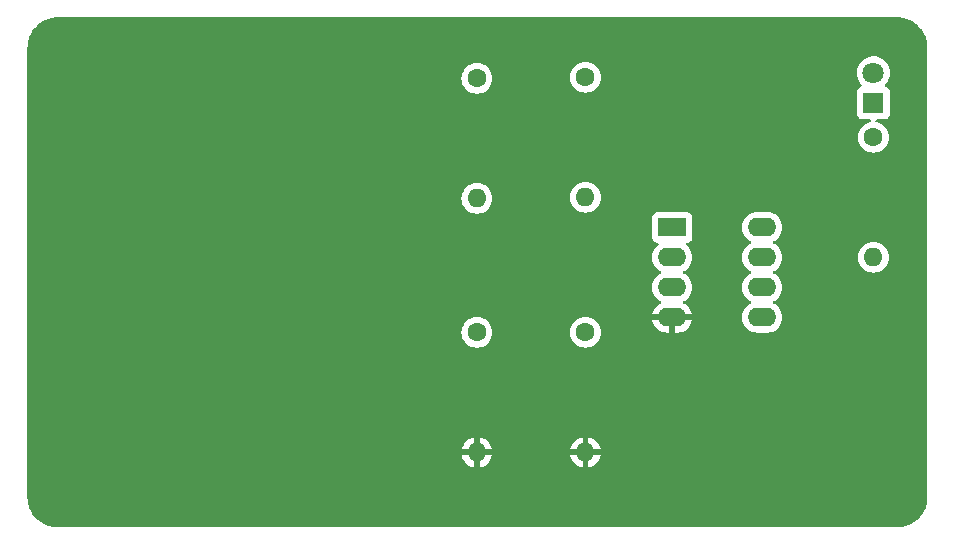
<source format=gbr>
%TF.GenerationSoftware,KiCad,Pcbnew,7.0.9-7.0.9~ubuntu22.04.1*%
%TF.CreationDate,2024-01-09T22:45:08-05:00*%
%TF.ProjectId,AoE_Too_Hot,416f455f-546f-46f5-9f48-6f742e6b6963,rev?*%
%TF.SameCoordinates,Original*%
%TF.FileFunction,Copper,L2,Bot*%
%TF.FilePolarity,Positive*%
%FSLAX46Y46*%
G04 Gerber Fmt 4.6, Leading zero omitted, Abs format (unit mm)*
G04 Created by KiCad (PCBNEW 7.0.9-7.0.9~ubuntu22.04.1) date 2024-01-09 22:45:08*
%MOMM*%
%LPD*%
G01*
G04 APERTURE LIST*
%TA.AperFunction,ComponentPad*%
%ADD10C,1.800000*%
%TD*%
%TA.AperFunction,ComponentPad*%
%ADD11R,1.800000X1.800000*%
%TD*%
%TA.AperFunction,ComponentPad*%
%ADD12R,2.400000X1.600000*%
%TD*%
%TA.AperFunction,ComponentPad*%
%ADD13O,2.400000X1.600000*%
%TD*%
%TA.AperFunction,ComponentPad*%
%ADD14C,1.600000*%
%TD*%
%TA.AperFunction,ComponentPad*%
%ADD15O,1.600000X1.600000*%
%TD*%
%TA.AperFunction,ViaPad*%
%ADD16C,0.800000*%
%TD*%
G04 APERTURE END LIST*
D10*
%TO.P,D1,2,A*%
%TO.N,Net-(BT1-+)*%
X147828000Y-63119000D03*
D11*
%TO.P,D1,1,K*%
%TO.N,Net-(D1-K)*%
X147828000Y-65659000D03*
%TD*%
D12*
%TO.P,U1,1*%
%TO.N,Net-(R4-Pad2)*%
X130795000Y-76200000D03*
D13*
%TO.P,U1,2,-*%
%TO.N,Net-(U1A--)*%
X130795000Y-78740000D03*
%TO.P,U1,3,+*%
%TO.N,Net-(U1A-+)*%
X130795000Y-81280000D03*
%TO.P,U1,4,V-*%
%TO.N,GND*%
X130795000Y-83820000D03*
%TO.P,U1,5,+*%
%TO.N,unconnected-(U1B-+-Pad5)*%
X138415000Y-83820000D03*
%TO.P,U1,6,-*%
%TO.N,unconnected-(U1B---Pad6)*%
X138415000Y-81280000D03*
%TO.P,U1,7*%
%TO.N,unconnected-(U1-Pad7)*%
X138415000Y-78740000D03*
%TO.P,U1,8,V+*%
%TO.N,Net-(BT1-+)*%
X138415000Y-76200000D03*
%TD*%
D14*
%TO.P,TH1,1*%
%TO.N,Net-(U1A--)*%
X123444000Y-85090000D03*
D15*
%TO.P,TH1,2*%
%TO.N,GND*%
X123444000Y-95250000D03*
%TD*%
D14*
%TO.P,R1,1*%
%TO.N,Net-(BT1-+)*%
X114250000Y-63580000D03*
D15*
%TO.P,R1,2*%
%TO.N,Net-(U1A-+)*%
X114250000Y-73740000D03*
%TD*%
%TO.P,R4,2*%
%TO.N,Net-(R4-Pad2)*%
X147828000Y-78740000D03*
D14*
%TO.P,R4,1*%
%TO.N,Net-(D1-K)*%
X147828000Y-68580000D03*
%TD*%
%TO.P,R2,1*%
%TO.N,Net-(U1A-+)*%
X114250000Y-85090000D03*
D15*
%TO.P,R2,2*%
%TO.N,GND*%
X114250000Y-95250000D03*
%TD*%
D14*
%TO.P,R3,1*%
%TO.N,Net-(BT1-+)*%
X123444000Y-63500000D03*
D15*
%TO.P,R3,2*%
%TO.N,Net-(U1A--)*%
X123444000Y-73660000D03*
%TD*%
D16*
%TO.N,GND*%
X93980000Y-77978000D03*
%TD*%
%TA.AperFunction,Conductor*%
%TO.N,GND*%
G36*
X149861737Y-58420598D02*
G01*
X149895041Y-58422467D01*
X149975603Y-58426992D01*
X150147691Y-58437401D01*
X150154297Y-58438160D01*
X150225907Y-58450327D01*
X150290343Y-58461277D01*
X150383462Y-58478340D01*
X150439227Y-58488560D01*
X150445198Y-58489963D01*
X150582032Y-58529384D01*
X150722850Y-58573265D01*
X150728092Y-58575164D01*
X150861420Y-58630391D01*
X150994609Y-58690334D01*
X150999147Y-58692605D01*
X151072221Y-58732991D01*
X151126422Y-58762947D01*
X151126439Y-58762956D01*
X151250935Y-58838217D01*
X151254739Y-58840711D01*
X151372726Y-58924427D01*
X151375072Y-58926176D01*
X151470416Y-59000874D01*
X151488332Y-59014910D01*
X151491409Y-59017486D01*
X151599430Y-59114018D01*
X151601957Y-59116408D01*
X151703590Y-59218041D01*
X151705980Y-59220568D01*
X151802512Y-59328589D01*
X151805088Y-59331666D01*
X151893811Y-59444912D01*
X151895571Y-59447272D01*
X151979287Y-59565259D01*
X151981781Y-59569063D01*
X152057043Y-59693560D01*
X152127393Y-59820851D01*
X152129668Y-59825398D01*
X152189609Y-59958581D01*
X152244831Y-60091899D01*
X152246744Y-60097183D01*
X152269633Y-60170634D01*
X152290631Y-60238021D01*
X152330032Y-60374790D01*
X152331440Y-60380781D01*
X152358722Y-60529656D01*
X152381835Y-60665683D01*
X152382599Y-60672330D01*
X152393012Y-60844475D01*
X152399402Y-60958263D01*
X152399500Y-60961741D01*
X152399500Y-99058258D01*
X152399402Y-99061736D01*
X152393012Y-99175524D01*
X152382599Y-99347668D01*
X152381835Y-99354315D01*
X152358722Y-99490343D01*
X152331440Y-99639217D01*
X152330032Y-99645208D01*
X152290625Y-99782001D01*
X152246744Y-99922815D01*
X152244831Y-99928099D01*
X152189609Y-100061418D01*
X152129668Y-100194600D01*
X152127394Y-100199147D01*
X152057043Y-100326439D01*
X151981781Y-100450936D01*
X151979287Y-100454739D01*
X151895571Y-100572726D01*
X151893811Y-100575086D01*
X151805088Y-100688332D01*
X151802512Y-100691409D01*
X151705980Y-100799430D01*
X151703590Y-100801957D01*
X151601957Y-100903590D01*
X151599430Y-100905980D01*
X151491409Y-101002512D01*
X151488332Y-101005088D01*
X151375086Y-101093811D01*
X151372726Y-101095571D01*
X151254739Y-101179287D01*
X151250936Y-101181781D01*
X151126439Y-101257043D01*
X150999147Y-101327394D01*
X150994600Y-101329668D01*
X150861418Y-101389609D01*
X150728099Y-101444831D01*
X150722815Y-101446744D01*
X150605231Y-101483385D01*
X150581990Y-101490627D01*
X150445208Y-101530032D01*
X150439217Y-101531440D01*
X150290343Y-101558722D01*
X150154315Y-101581835D01*
X150147668Y-101582599D01*
X149975524Y-101593012D01*
X149861736Y-101599402D01*
X149858258Y-101599500D01*
X78741742Y-101599500D01*
X78738265Y-101599402D01*
X78624475Y-101593012D01*
X78452330Y-101582599D01*
X78445683Y-101581835D01*
X78309656Y-101558722D01*
X78160781Y-101531440D01*
X78154790Y-101530032D01*
X78018021Y-101490631D01*
X77950634Y-101469633D01*
X77877183Y-101446744D01*
X77871899Y-101444831D01*
X77738581Y-101389609D01*
X77605398Y-101329668D01*
X77600851Y-101327393D01*
X77473560Y-101257043D01*
X77349063Y-101181781D01*
X77345259Y-101179287D01*
X77227272Y-101095571D01*
X77224912Y-101093811D01*
X77111666Y-101005088D01*
X77108589Y-101002512D01*
X77000568Y-100905980D01*
X76998041Y-100903590D01*
X76896408Y-100801957D01*
X76894018Y-100799430D01*
X76797486Y-100691409D01*
X76794910Y-100688332D01*
X76780874Y-100670416D01*
X76706176Y-100575072D01*
X76704427Y-100572726D01*
X76620711Y-100454739D01*
X76618217Y-100450935D01*
X76542956Y-100326439D01*
X76472605Y-100199147D01*
X76470330Y-100194600D01*
X76410390Y-100061418D01*
X76355167Y-99928099D01*
X76353265Y-99922850D01*
X76309375Y-99782001D01*
X76269963Y-99645198D01*
X76268560Y-99639227D01*
X76258340Y-99583462D01*
X76241277Y-99490343D01*
X76230327Y-99425907D01*
X76218160Y-99354297D01*
X76217401Y-99347691D01*
X76206992Y-99175603D01*
X76202626Y-99097867D01*
X76200598Y-99061736D01*
X76200500Y-99058259D01*
X76200500Y-94999999D01*
X112971127Y-94999999D01*
X112971128Y-95000000D01*
X113934314Y-95000000D01*
X113922359Y-95011955D01*
X113864835Y-95124852D01*
X113845014Y-95250000D01*
X113864835Y-95375148D01*
X113922359Y-95488045D01*
X113934314Y-95500000D01*
X112971128Y-95500000D01*
X113023730Y-95696317D01*
X113023734Y-95696326D01*
X113119865Y-95902482D01*
X113250342Y-96088820D01*
X113411179Y-96249657D01*
X113597517Y-96380134D01*
X113803673Y-96476265D01*
X113803682Y-96476269D01*
X113999999Y-96528872D01*
X114000000Y-96528871D01*
X114000000Y-95565686D01*
X114011955Y-95577641D01*
X114124852Y-95635165D01*
X114218519Y-95650000D01*
X114281481Y-95650000D01*
X114375148Y-95635165D01*
X114488045Y-95577641D01*
X114500000Y-95565686D01*
X114500000Y-96528872D01*
X114696317Y-96476269D01*
X114696326Y-96476265D01*
X114902482Y-96380134D01*
X115088820Y-96249657D01*
X115249657Y-96088820D01*
X115380134Y-95902482D01*
X115476265Y-95696326D01*
X115476269Y-95696317D01*
X115528872Y-95500000D01*
X114565686Y-95500000D01*
X114577641Y-95488045D01*
X114635165Y-95375148D01*
X114654986Y-95250000D01*
X114635165Y-95124852D01*
X114577641Y-95011955D01*
X114565686Y-95000000D01*
X115528872Y-95000000D01*
X115528872Y-94999999D01*
X122165127Y-94999999D01*
X122165128Y-95000000D01*
X123128314Y-95000000D01*
X123116359Y-95011955D01*
X123058835Y-95124852D01*
X123039014Y-95250000D01*
X123058835Y-95375148D01*
X123116359Y-95488045D01*
X123128314Y-95500000D01*
X122165128Y-95500000D01*
X122217730Y-95696317D01*
X122217734Y-95696326D01*
X122313865Y-95902482D01*
X122444342Y-96088820D01*
X122605179Y-96249657D01*
X122791517Y-96380134D01*
X122997673Y-96476265D01*
X122997682Y-96476269D01*
X123193999Y-96528872D01*
X123194000Y-96528871D01*
X123194000Y-95565686D01*
X123205955Y-95577641D01*
X123318852Y-95635165D01*
X123412519Y-95650000D01*
X123475481Y-95650000D01*
X123569148Y-95635165D01*
X123682045Y-95577641D01*
X123694000Y-95565686D01*
X123694000Y-96528872D01*
X123890317Y-96476269D01*
X123890326Y-96476265D01*
X124096482Y-96380134D01*
X124282820Y-96249657D01*
X124443657Y-96088820D01*
X124574134Y-95902482D01*
X124670265Y-95696326D01*
X124670269Y-95696317D01*
X124722872Y-95500000D01*
X123759686Y-95500000D01*
X123771641Y-95488045D01*
X123829165Y-95375148D01*
X123848986Y-95250000D01*
X123829165Y-95124852D01*
X123771641Y-95011955D01*
X123759686Y-95000000D01*
X124722872Y-95000000D01*
X124722872Y-94999999D01*
X124670269Y-94803682D01*
X124670265Y-94803673D01*
X124574134Y-94597517D01*
X124443657Y-94411179D01*
X124282820Y-94250342D01*
X124096482Y-94119865D01*
X123890328Y-94023734D01*
X123694000Y-93971127D01*
X123694000Y-94934314D01*
X123682045Y-94922359D01*
X123569148Y-94864835D01*
X123475481Y-94850000D01*
X123412519Y-94850000D01*
X123318852Y-94864835D01*
X123205955Y-94922359D01*
X123194000Y-94934314D01*
X123194000Y-93971127D01*
X122997671Y-94023734D01*
X122791517Y-94119865D01*
X122605179Y-94250342D01*
X122444342Y-94411179D01*
X122313865Y-94597517D01*
X122217734Y-94803673D01*
X122217730Y-94803682D01*
X122165127Y-94999999D01*
X115528872Y-94999999D01*
X115476269Y-94803682D01*
X115476265Y-94803673D01*
X115380134Y-94597517D01*
X115249657Y-94411179D01*
X115088820Y-94250342D01*
X114902482Y-94119865D01*
X114696328Y-94023734D01*
X114500000Y-93971127D01*
X114500000Y-94934314D01*
X114488045Y-94922359D01*
X114375148Y-94864835D01*
X114281481Y-94850000D01*
X114218519Y-94850000D01*
X114124852Y-94864835D01*
X114011955Y-94922359D01*
X114000000Y-94934314D01*
X114000000Y-93971127D01*
X113803671Y-94023734D01*
X113597517Y-94119865D01*
X113411179Y-94250342D01*
X113250342Y-94411179D01*
X113119865Y-94597517D01*
X113023734Y-94803673D01*
X113023730Y-94803682D01*
X112971127Y-94999999D01*
X76200500Y-94999999D01*
X76200500Y-85090001D01*
X112944532Y-85090001D01*
X112964364Y-85316686D01*
X112964366Y-85316697D01*
X113023258Y-85536488D01*
X113023261Y-85536497D01*
X113119431Y-85742732D01*
X113119432Y-85742734D01*
X113249954Y-85929141D01*
X113410858Y-86090045D01*
X113410861Y-86090047D01*
X113597266Y-86220568D01*
X113803504Y-86316739D01*
X114023308Y-86375635D01*
X114185230Y-86389801D01*
X114249998Y-86395468D01*
X114250000Y-86395468D01*
X114250002Y-86395468D01*
X114306673Y-86390509D01*
X114476692Y-86375635D01*
X114696496Y-86316739D01*
X114902734Y-86220568D01*
X115089139Y-86090047D01*
X115250047Y-85929139D01*
X115380568Y-85742734D01*
X115476739Y-85536496D01*
X115535635Y-85316692D01*
X115555468Y-85090001D01*
X122138532Y-85090001D01*
X122158364Y-85316686D01*
X122158366Y-85316697D01*
X122217258Y-85536488D01*
X122217261Y-85536497D01*
X122313431Y-85742732D01*
X122313432Y-85742734D01*
X122443954Y-85929141D01*
X122604858Y-86090045D01*
X122604861Y-86090047D01*
X122791266Y-86220568D01*
X122997504Y-86316739D01*
X123217308Y-86375635D01*
X123379230Y-86389801D01*
X123443998Y-86395468D01*
X123444000Y-86395468D01*
X123444002Y-86395468D01*
X123500673Y-86390509D01*
X123670692Y-86375635D01*
X123890496Y-86316739D01*
X124096734Y-86220568D01*
X124283139Y-86090047D01*
X124444047Y-85929139D01*
X124574568Y-85742734D01*
X124670739Y-85536496D01*
X124729635Y-85316692D01*
X124749468Y-85090000D01*
X124729635Y-84863308D01*
X124670739Y-84643504D01*
X124574568Y-84437266D01*
X124444047Y-84250861D01*
X124444045Y-84250858D01*
X124283141Y-84089954D01*
X124096734Y-83959432D01*
X124096732Y-83959431D01*
X123890497Y-83863261D01*
X123890488Y-83863258D01*
X123670697Y-83804366D01*
X123670693Y-83804365D01*
X123670692Y-83804365D01*
X123670691Y-83804364D01*
X123670686Y-83804364D01*
X123444002Y-83784532D01*
X123443998Y-83784532D01*
X123217313Y-83804364D01*
X123217302Y-83804366D01*
X122997511Y-83863258D01*
X122997502Y-83863261D01*
X122791267Y-83959431D01*
X122791265Y-83959432D01*
X122604858Y-84089954D01*
X122443954Y-84250858D01*
X122313432Y-84437265D01*
X122313431Y-84437267D01*
X122217261Y-84643502D01*
X122217258Y-84643511D01*
X122158366Y-84863302D01*
X122158364Y-84863313D01*
X122138532Y-85089998D01*
X122138532Y-85090001D01*
X115555468Y-85090001D01*
X115555468Y-85090000D01*
X115535635Y-84863308D01*
X115476739Y-84643504D01*
X115380568Y-84437266D01*
X115250047Y-84250861D01*
X115250045Y-84250858D01*
X115089141Y-84089954D01*
X114902734Y-83959432D01*
X114902732Y-83959431D01*
X114696497Y-83863261D01*
X114696488Y-83863258D01*
X114476697Y-83804366D01*
X114476693Y-83804365D01*
X114476692Y-83804365D01*
X114476691Y-83804364D01*
X114476686Y-83804364D01*
X114250002Y-83784532D01*
X114249998Y-83784532D01*
X114023313Y-83804364D01*
X114023302Y-83804366D01*
X113803511Y-83863258D01*
X113803502Y-83863261D01*
X113597267Y-83959431D01*
X113597265Y-83959432D01*
X113410858Y-84089954D01*
X113249954Y-84250858D01*
X113119432Y-84437265D01*
X113119431Y-84437267D01*
X113023261Y-84643502D01*
X113023258Y-84643511D01*
X112964366Y-84863302D01*
X112964364Y-84863313D01*
X112944532Y-85089998D01*
X112944532Y-85090001D01*
X76200500Y-85090001D01*
X76200500Y-81280001D01*
X129089532Y-81280001D01*
X129109364Y-81506686D01*
X129109366Y-81506697D01*
X129168258Y-81726488D01*
X129168261Y-81726497D01*
X129264431Y-81932732D01*
X129264432Y-81932734D01*
X129394954Y-82119141D01*
X129555858Y-82280045D01*
X129555861Y-82280047D01*
X129742266Y-82410568D01*
X129800865Y-82437893D01*
X129853305Y-82484065D01*
X129872457Y-82551258D01*
X129852242Y-82618139D01*
X129800867Y-82662657D01*
X129742515Y-82689867D01*
X129556179Y-82820342D01*
X129395342Y-82981179D01*
X129264865Y-83167517D01*
X129168734Y-83373673D01*
X129168730Y-83373682D01*
X129116127Y-83569999D01*
X129116128Y-83570000D01*
X130479314Y-83570000D01*
X130467359Y-83581955D01*
X130409835Y-83694852D01*
X130390014Y-83820000D01*
X130409835Y-83945148D01*
X130467359Y-84058045D01*
X130479314Y-84070000D01*
X129116128Y-84070000D01*
X129168730Y-84266317D01*
X129168734Y-84266326D01*
X129264865Y-84472482D01*
X129395342Y-84658820D01*
X129556179Y-84819657D01*
X129742517Y-84950134D01*
X129948673Y-85046265D01*
X129948682Y-85046269D01*
X130168389Y-85105139D01*
X130168400Y-85105141D01*
X130338237Y-85120000D01*
X130545000Y-85120000D01*
X130545000Y-84135686D01*
X130556955Y-84147641D01*
X130669852Y-84205165D01*
X130763519Y-84220000D01*
X130826481Y-84220000D01*
X130920148Y-84205165D01*
X131033045Y-84147641D01*
X131045000Y-84135686D01*
X131045000Y-85120000D01*
X131251763Y-85120000D01*
X131421599Y-85105141D01*
X131421610Y-85105139D01*
X131641317Y-85046269D01*
X131641326Y-85046265D01*
X131847482Y-84950134D01*
X132033820Y-84819657D01*
X132194657Y-84658820D01*
X132325134Y-84472482D01*
X132421265Y-84266326D01*
X132421269Y-84266317D01*
X132473872Y-84070000D01*
X131110686Y-84070000D01*
X131122641Y-84058045D01*
X131180165Y-83945148D01*
X131199986Y-83820001D01*
X136709532Y-83820001D01*
X136729364Y-84046686D01*
X136729366Y-84046697D01*
X136788258Y-84266488D01*
X136788261Y-84266497D01*
X136884431Y-84472732D01*
X136884432Y-84472734D01*
X137014954Y-84659141D01*
X137175858Y-84820045D01*
X137175861Y-84820047D01*
X137362266Y-84950568D01*
X137568504Y-85046739D01*
X137788308Y-85105635D01*
X137958216Y-85120500D01*
X138871784Y-85120500D01*
X139041692Y-85105635D01*
X139261496Y-85046739D01*
X139467734Y-84950568D01*
X139654139Y-84820047D01*
X139815047Y-84659139D01*
X139945568Y-84472734D01*
X140041739Y-84266496D01*
X140100635Y-84046692D01*
X140120468Y-83820000D01*
X140100635Y-83593308D01*
X140041739Y-83373504D01*
X139945568Y-83167266D01*
X139815047Y-82980861D01*
X139815045Y-82980858D01*
X139654141Y-82819954D01*
X139467734Y-82689432D01*
X139467728Y-82689429D01*
X139409725Y-82662382D01*
X139357285Y-82616210D01*
X139338133Y-82549017D01*
X139358348Y-82482135D01*
X139409725Y-82437618D01*
X139467734Y-82410568D01*
X139654139Y-82280047D01*
X139815047Y-82119139D01*
X139945568Y-81932734D01*
X140041739Y-81726496D01*
X140100635Y-81506692D01*
X140120468Y-81280000D01*
X140100635Y-81053308D01*
X140041739Y-80833504D01*
X139945568Y-80627266D01*
X139815047Y-80440861D01*
X139815045Y-80440858D01*
X139654141Y-80279954D01*
X139467734Y-80149432D01*
X139467728Y-80149429D01*
X139409725Y-80122382D01*
X139357285Y-80076210D01*
X139338133Y-80009017D01*
X139358348Y-79942135D01*
X139409725Y-79897618D01*
X139467734Y-79870568D01*
X139654139Y-79740047D01*
X139815047Y-79579139D01*
X139945568Y-79392734D01*
X140041739Y-79186496D01*
X140100635Y-78966692D01*
X140120468Y-78740001D01*
X146522532Y-78740001D01*
X146542364Y-78966686D01*
X146542366Y-78966697D01*
X146601258Y-79186488D01*
X146601261Y-79186497D01*
X146697431Y-79392732D01*
X146697432Y-79392734D01*
X146827954Y-79579141D01*
X146988858Y-79740045D01*
X146988861Y-79740047D01*
X147175266Y-79870568D01*
X147381504Y-79966739D01*
X147601308Y-80025635D01*
X147763230Y-80039801D01*
X147827998Y-80045468D01*
X147828000Y-80045468D01*
X147828002Y-80045468D01*
X147884673Y-80040509D01*
X148054692Y-80025635D01*
X148274496Y-79966739D01*
X148480734Y-79870568D01*
X148667139Y-79740047D01*
X148828047Y-79579139D01*
X148958568Y-79392734D01*
X149054739Y-79186496D01*
X149113635Y-78966692D01*
X149133468Y-78740000D01*
X149113635Y-78513308D01*
X149054739Y-78293504D01*
X148958568Y-78087266D01*
X148828047Y-77900861D01*
X148828045Y-77900858D01*
X148667141Y-77739954D01*
X148480734Y-77609432D01*
X148480732Y-77609431D01*
X148274497Y-77513261D01*
X148274488Y-77513258D01*
X148054697Y-77454366D01*
X148054693Y-77454365D01*
X148054692Y-77454365D01*
X148054691Y-77454364D01*
X148054686Y-77454364D01*
X147828002Y-77434532D01*
X147827998Y-77434532D01*
X147601313Y-77454364D01*
X147601302Y-77454366D01*
X147381511Y-77513258D01*
X147381502Y-77513261D01*
X147175267Y-77609431D01*
X147175265Y-77609432D01*
X146988858Y-77739954D01*
X146827954Y-77900858D01*
X146697432Y-78087265D01*
X146697431Y-78087267D01*
X146601261Y-78293502D01*
X146601258Y-78293511D01*
X146542366Y-78513302D01*
X146542364Y-78513313D01*
X146522532Y-78739998D01*
X146522532Y-78740001D01*
X140120468Y-78740001D01*
X140120468Y-78740000D01*
X140100635Y-78513308D01*
X140041739Y-78293504D01*
X139945568Y-78087266D01*
X139815047Y-77900861D01*
X139815045Y-77900858D01*
X139654141Y-77739954D01*
X139467734Y-77609432D01*
X139467728Y-77609429D01*
X139409725Y-77582382D01*
X139357285Y-77536210D01*
X139338133Y-77469017D01*
X139358348Y-77402135D01*
X139409725Y-77357618D01*
X139467734Y-77330568D01*
X139654139Y-77200047D01*
X139815047Y-77039139D01*
X139945568Y-76852734D01*
X140041739Y-76646496D01*
X140100635Y-76426692D01*
X140120468Y-76200000D01*
X140100635Y-75973308D01*
X140041739Y-75753504D01*
X139945568Y-75547266D01*
X139815047Y-75360861D01*
X139815045Y-75360858D01*
X139654141Y-75199954D01*
X139467734Y-75069432D01*
X139467732Y-75069431D01*
X139261497Y-74973261D01*
X139261488Y-74973258D01*
X139041697Y-74914366D01*
X139041687Y-74914364D01*
X138871784Y-74899500D01*
X137958216Y-74899500D01*
X137788312Y-74914364D01*
X137788302Y-74914366D01*
X137568511Y-74973258D01*
X137568502Y-74973261D01*
X137362267Y-75069431D01*
X137362265Y-75069432D01*
X137175858Y-75199954D01*
X137014954Y-75360858D01*
X136884432Y-75547265D01*
X136884431Y-75547267D01*
X136788261Y-75753502D01*
X136788258Y-75753511D01*
X136729366Y-75973302D01*
X136729364Y-75973313D01*
X136709532Y-76199998D01*
X136709532Y-76200001D01*
X136729364Y-76426686D01*
X136729366Y-76426697D01*
X136788258Y-76646488D01*
X136788261Y-76646497D01*
X136884431Y-76852732D01*
X136884432Y-76852734D01*
X137014954Y-77039141D01*
X137175858Y-77200045D01*
X137175861Y-77200047D01*
X137362266Y-77330568D01*
X137420275Y-77357618D01*
X137472714Y-77403791D01*
X137491866Y-77470984D01*
X137471650Y-77537865D01*
X137420275Y-77582382D01*
X137362267Y-77609431D01*
X137362265Y-77609432D01*
X137175858Y-77739954D01*
X137014954Y-77900858D01*
X136884432Y-78087265D01*
X136884431Y-78087267D01*
X136788261Y-78293502D01*
X136788258Y-78293511D01*
X136729366Y-78513302D01*
X136729364Y-78513313D01*
X136709532Y-78739998D01*
X136709532Y-78740001D01*
X136729364Y-78966686D01*
X136729366Y-78966697D01*
X136788258Y-79186488D01*
X136788261Y-79186497D01*
X136884431Y-79392732D01*
X136884432Y-79392734D01*
X137014954Y-79579141D01*
X137175858Y-79740045D01*
X137175861Y-79740047D01*
X137362266Y-79870568D01*
X137420275Y-79897618D01*
X137472714Y-79943791D01*
X137491866Y-80010984D01*
X137471650Y-80077865D01*
X137420275Y-80122382D01*
X137362267Y-80149431D01*
X137362265Y-80149432D01*
X137175858Y-80279954D01*
X137014954Y-80440858D01*
X136884432Y-80627265D01*
X136884431Y-80627267D01*
X136788261Y-80833502D01*
X136788258Y-80833511D01*
X136729366Y-81053302D01*
X136729364Y-81053313D01*
X136709532Y-81279998D01*
X136709532Y-81280001D01*
X136729364Y-81506686D01*
X136729366Y-81506697D01*
X136788258Y-81726488D01*
X136788261Y-81726497D01*
X136884431Y-81932732D01*
X136884432Y-81932734D01*
X137014954Y-82119141D01*
X137175858Y-82280045D01*
X137175861Y-82280047D01*
X137362266Y-82410568D01*
X137420275Y-82437618D01*
X137472714Y-82483791D01*
X137491866Y-82550984D01*
X137471650Y-82617865D01*
X137420275Y-82662382D01*
X137362267Y-82689431D01*
X137362265Y-82689432D01*
X137175858Y-82819954D01*
X137014954Y-82980858D01*
X136884432Y-83167265D01*
X136884431Y-83167267D01*
X136788261Y-83373502D01*
X136788258Y-83373511D01*
X136729366Y-83593302D01*
X136729364Y-83593313D01*
X136709532Y-83819998D01*
X136709532Y-83820001D01*
X131199986Y-83820001D01*
X131199986Y-83820000D01*
X131180165Y-83694852D01*
X131122641Y-83581955D01*
X131110686Y-83570000D01*
X132473872Y-83570000D01*
X132473872Y-83569999D01*
X132421269Y-83373682D01*
X132421265Y-83373673D01*
X132325134Y-83167517D01*
X132194657Y-82981179D01*
X132033820Y-82820342D01*
X131847482Y-82689865D01*
X131789133Y-82662657D01*
X131736694Y-82616484D01*
X131717542Y-82549291D01*
X131737758Y-82482410D01*
X131789129Y-82437895D01*
X131847734Y-82410568D01*
X132034139Y-82280047D01*
X132195047Y-82119139D01*
X132325568Y-81932734D01*
X132421739Y-81726496D01*
X132480635Y-81506692D01*
X132500468Y-81280000D01*
X132480635Y-81053308D01*
X132421739Y-80833504D01*
X132325568Y-80627266D01*
X132195047Y-80440861D01*
X132195045Y-80440858D01*
X132034141Y-80279954D01*
X131847734Y-80149432D01*
X131847728Y-80149429D01*
X131789725Y-80122382D01*
X131737285Y-80076210D01*
X131718133Y-80009017D01*
X131738348Y-79942135D01*
X131789725Y-79897618D01*
X131847734Y-79870568D01*
X132034139Y-79740047D01*
X132195047Y-79579139D01*
X132325568Y-79392734D01*
X132421739Y-79186496D01*
X132480635Y-78966692D01*
X132500468Y-78740000D01*
X132480635Y-78513308D01*
X132421739Y-78293504D01*
X132325568Y-78087266D01*
X132195047Y-77900861D01*
X132195045Y-77900858D01*
X132034143Y-77739956D01*
X132009536Y-77722726D01*
X131965912Y-77668149D01*
X131958719Y-77598650D01*
X131990241Y-77536296D01*
X132050471Y-77500882D01*
X132067404Y-77497861D01*
X132102483Y-77494091D01*
X132237331Y-77443796D01*
X132352546Y-77357546D01*
X132438796Y-77242331D01*
X132489091Y-77107483D01*
X132495500Y-77047873D01*
X132495499Y-75352128D01*
X132489091Y-75292517D01*
X132454567Y-75199954D01*
X132438797Y-75157671D01*
X132438793Y-75157664D01*
X132352547Y-75042455D01*
X132352544Y-75042452D01*
X132237335Y-74956206D01*
X132237328Y-74956202D01*
X132102482Y-74905908D01*
X132102483Y-74905908D01*
X132042883Y-74899501D01*
X132042881Y-74899500D01*
X132042873Y-74899500D01*
X132042864Y-74899500D01*
X129547129Y-74899500D01*
X129547123Y-74899501D01*
X129487516Y-74905908D01*
X129352671Y-74956202D01*
X129352664Y-74956206D01*
X129237455Y-75042452D01*
X129237452Y-75042455D01*
X129151206Y-75157664D01*
X129151202Y-75157671D01*
X129100908Y-75292517D01*
X129094501Y-75352116D01*
X129094501Y-75352123D01*
X129094500Y-75352135D01*
X129094500Y-77047870D01*
X129094501Y-77047876D01*
X129100908Y-77107483D01*
X129151202Y-77242328D01*
X129151206Y-77242335D01*
X129237452Y-77357544D01*
X129237455Y-77357547D01*
X129352664Y-77443793D01*
X129352671Y-77443797D01*
X129397618Y-77460561D01*
X129487517Y-77494091D01*
X129522596Y-77497862D01*
X129587144Y-77524599D01*
X129626993Y-77581991D01*
X129629488Y-77651816D01*
X129593836Y-77711905D01*
X129580464Y-77722725D01*
X129555858Y-77739954D01*
X129394954Y-77900858D01*
X129264432Y-78087265D01*
X129264431Y-78087267D01*
X129168261Y-78293502D01*
X129168258Y-78293511D01*
X129109366Y-78513302D01*
X129109364Y-78513313D01*
X129089532Y-78739998D01*
X129089532Y-78740001D01*
X129109364Y-78966686D01*
X129109366Y-78966697D01*
X129168258Y-79186488D01*
X129168261Y-79186497D01*
X129264431Y-79392732D01*
X129264432Y-79392734D01*
X129394954Y-79579141D01*
X129555858Y-79740045D01*
X129555861Y-79740047D01*
X129742266Y-79870568D01*
X129800275Y-79897618D01*
X129852714Y-79943791D01*
X129871866Y-80010984D01*
X129851650Y-80077865D01*
X129800275Y-80122382D01*
X129742267Y-80149431D01*
X129742265Y-80149432D01*
X129555858Y-80279954D01*
X129394954Y-80440858D01*
X129264432Y-80627265D01*
X129264431Y-80627267D01*
X129168261Y-80833502D01*
X129168258Y-80833511D01*
X129109366Y-81053302D01*
X129109364Y-81053313D01*
X129089532Y-81279998D01*
X129089532Y-81280001D01*
X76200500Y-81280001D01*
X76200500Y-73740001D01*
X112944532Y-73740001D01*
X112964364Y-73966686D01*
X112964366Y-73966697D01*
X113023258Y-74186488D01*
X113023261Y-74186497D01*
X113119431Y-74392732D01*
X113119432Y-74392734D01*
X113249954Y-74579141D01*
X113410858Y-74740045D01*
X113410861Y-74740047D01*
X113597266Y-74870568D01*
X113803504Y-74966739D01*
X113803509Y-74966740D01*
X113803511Y-74966741D01*
X113856415Y-74980916D01*
X114023308Y-75025635D01*
X114185230Y-75039801D01*
X114249998Y-75045468D01*
X114250000Y-75045468D01*
X114250002Y-75045468D01*
X114306673Y-75040509D01*
X114476692Y-75025635D01*
X114696496Y-74966739D01*
X114902734Y-74870568D01*
X115089139Y-74740047D01*
X115250047Y-74579139D01*
X115380568Y-74392734D01*
X115476739Y-74186496D01*
X115535635Y-73966692D01*
X115555468Y-73740000D01*
X115548469Y-73660001D01*
X122138532Y-73660001D01*
X122158364Y-73886686D01*
X122158366Y-73886697D01*
X122217258Y-74106488D01*
X122217261Y-74106497D01*
X122313431Y-74312732D01*
X122313432Y-74312734D01*
X122443954Y-74499141D01*
X122604858Y-74660045D01*
X122604861Y-74660047D01*
X122791266Y-74790568D01*
X122997504Y-74886739D01*
X123217308Y-74945635D01*
X123379230Y-74959801D01*
X123443998Y-74965468D01*
X123444000Y-74965468D01*
X123444002Y-74965468D01*
X123500673Y-74960509D01*
X123670692Y-74945635D01*
X123890496Y-74886739D01*
X124096734Y-74790568D01*
X124283139Y-74660047D01*
X124444047Y-74499139D01*
X124574568Y-74312734D01*
X124670739Y-74106496D01*
X124729635Y-73886692D01*
X124749468Y-73660000D01*
X124729635Y-73433308D01*
X124670739Y-73213504D01*
X124574568Y-73007266D01*
X124444047Y-72820861D01*
X124444045Y-72820858D01*
X124283141Y-72659954D01*
X124096734Y-72529432D01*
X124096732Y-72529431D01*
X123890497Y-72433261D01*
X123890488Y-72433258D01*
X123670697Y-72374366D01*
X123670693Y-72374365D01*
X123670692Y-72374365D01*
X123670691Y-72374364D01*
X123670686Y-72374364D01*
X123444002Y-72354532D01*
X123443998Y-72354532D01*
X123217313Y-72374364D01*
X123217302Y-72374366D01*
X122997511Y-72433258D01*
X122997502Y-72433261D01*
X122791267Y-72529431D01*
X122791265Y-72529432D01*
X122604858Y-72659954D01*
X122443954Y-72820858D01*
X122313432Y-73007265D01*
X122313431Y-73007267D01*
X122217261Y-73213502D01*
X122217258Y-73213511D01*
X122158366Y-73433302D01*
X122158364Y-73433313D01*
X122138532Y-73659998D01*
X122138532Y-73660001D01*
X115548469Y-73660001D01*
X115535635Y-73513308D01*
X115476739Y-73293504D01*
X115380568Y-73087266D01*
X115250047Y-72900861D01*
X115250045Y-72900858D01*
X115089141Y-72739954D01*
X114902734Y-72609432D01*
X114902732Y-72609431D01*
X114696497Y-72513261D01*
X114696488Y-72513258D01*
X114476697Y-72454366D01*
X114476693Y-72454365D01*
X114476692Y-72454365D01*
X114476691Y-72454364D01*
X114476686Y-72454364D01*
X114250002Y-72434532D01*
X114249998Y-72434532D01*
X114023313Y-72454364D01*
X114023302Y-72454366D01*
X113803511Y-72513258D01*
X113803502Y-72513261D01*
X113597267Y-72609431D01*
X113597265Y-72609432D01*
X113410858Y-72739954D01*
X113249954Y-72900858D01*
X113119432Y-73087265D01*
X113119431Y-73087267D01*
X113023261Y-73293502D01*
X113023258Y-73293511D01*
X112964366Y-73513302D01*
X112964364Y-73513313D01*
X112944532Y-73739998D01*
X112944532Y-73740001D01*
X76200500Y-73740001D01*
X76200500Y-63580001D01*
X112944532Y-63580001D01*
X112964364Y-63806686D01*
X112964366Y-63806697D01*
X113023258Y-64026488D01*
X113023261Y-64026497D01*
X113119431Y-64232732D01*
X113119432Y-64232734D01*
X113249954Y-64419141D01*
X113410858Y-64580045D01*
X113410861Y-64580047D01*
X113597266Y-64710568D01*
X113803504Y-64806739D01*
X114023308Y-64865635D01*
X114185230Y-64879801D01*
X114249998Y-64885468D01*
X114250000Y-64885468D01*
X114250002Y-64885468D01*
X114306673Y-64880509D01*
X114476692Y-64865635D01*
X114696496Y-64806739D01*
X114902734Y-64710568D01*
X115089139Y-64580047D01*
X115250047Y-64419139D01*
X115380568Y-64232734D01*
X115476739Y-64026496D01*
X115535635Y-63806692D01*
X115555468Y-63580000D01*
X115548469Y-63500001D01*
X122138532Y-63500001D01*
X122158364Y-63726686D01*
X122158366Y-63726697D01*
X122217258Y-63946488D01*
X122217261Y-63946497D01*
X122313431Y-64152732D01*
X122313432Y-64152734D01*
X122443954Y-64339141D01*
X122604858Y-64500045D01*
X122604861Y-64500047D01*
X122791266Y-64630568D01*
X122997504Y-64726739D01*
X123217308Y-64785635D01*
X123379230Y-64799801D01*
X123443998Y-64805468D01*
X123444000Y-64805468D01*
X123444002Y-64805468D01*
X123500673Y-64800509D01*
X123670692Y-64785635D01*
X123890496Y-64726739D01*
X124096734Y-64630568D01*
X124283139Y-64500047D01*
X124444047Y-64339139D01*
X124574568Y-64152734D01*
X124670739Y-63946496D01*
X124729635Y-63726692D01*
X124749468Y-63500000D01*
X124729635Y-63273308D01*
X124688290Y-63119006D01*
X146422700Y-63119006D01*
X146441864Y-63350297D01*
X146441866Y-63350308D01*
X146498842Y-63575300D01*
X146592075Y-63787848D01*
X146719016Y-63982147D01*
X146719019Y-63982151D01*
X146719021Y-63982153D01*
X146813803Y-64085114D01*
X146844724Y-64147767D01*
X146836864Y-64217193D01*
X146792716Y-64271348D01*
X146765906Y-64285277D01*
X146685669Y-64315203D01*
X146685664Y-64315206D01*
X146570455Y-64401452D01*
X146570452Y-64401455D01*
X146484206Y-64516664D01*
X146484202Y-64516671D01*
X146433908Y-64651517D01*
X146427560Y-64710567D01*
X146427501Y-64711123D01*
X146427500Y-64711135D01*
X146427500Y-66606870D01*
X146427501Y-66606876D01*
X146433908Y-66666483D01*
X146484202Y-66801328D01*
X146484206Y-66801335D01*
X146570452Y-66916544D01*
X146570455Y-66916547D01*
X146685664Y-67002793D01*
X146685671Y-67002797D01*
X146820517Y-67053091D01*
X146820516Y-67053091D01*
X146827444Y-67053835D01*
X146880127Y-67059500D01*
X147535965Y-67059499D01*
X147603002Y-67079183D01*
X147648757Y-67131987D01*
X147658701Y-67201146D01*
X147629676Y-67264702D01*
X147570898Y-67302476D01*
X147568057Y-67303274D01*
X147381508Y-67353259D01*
X147381502Y-67353261D01*
X147175267Y-67449431D01*
X147175265Y-67449432D01*
X146988858Y-67579954D01*
X146827954Y-67740858D01*
X146697432Y-67927265D01*
X146697431Y-67927267D01*
X146601261Y-68133502D01*
X146601258Y-68133511D01*
X146542366Y-68353302D01*
X146542364Y-68353313D01*
X146522532Y-68579998D01*
X146522532Y-68580001D01*
X146542364Y-68806686D01*
X146542366Y-68806697D01*
X146601258Y-69026488D01*
X146601261Y-69026497D01*
X146697431Y-69232732D01*
X146697432Y-69232734D01*
X146827954Y-69419141D01*
X146988858Y-69580045D01*
X146988861Y-69580047D01*
X147175266Y-69710568D01*
X147381504Y-69806739D01*
X147601308Y-69865635D01*
X147763230Y-69879801D01*
X147827998Y-69885468D01*
X147828000Y-69885468D01*
X147828002Y-69885468D01*
X147884673Y-69880509D01*
X148054692Y-69865635D01*
X148274496Y-69806739D01*
X148480734Y-69710568D01*
X148667139Y-69580047D01*
X148828047Y-69419139D01*
X148958568Y-69232734D01*
X149054739Y-69026496D01*
X149113635Y-68806692D01*
X149133468Y-68580000D01*
X149113635Y-68353308D01*
X149054739Y-68133504D01*
X148958568Y-67927266D01*
X148828047Y-67740861D01*
X148828045Y-67740858D01*
X148667141Y-67579954D01*
X148480734Y-67449432D01*
X148480732Y-67449431D01*
X148274497Y-67353261D01*
X148274488Y-67353258D01*
X148087942Y-67303274D01*
X148028281Y-67266909D01*
X147997752Y-67204062D01*
X148006047Y-67134687D01*
X148050532Y-67080809D01*
X148117084Y-67059534D01*
X148120005Y-67059499D01*
X148775872Y-67059499D01*
X148835483Y-67053091D01*
X148970331Y-67002796D01*
X149085546Y-66916546D01*
X149171796Y-66801331D01*
X149222091Y-66666483D01*
X149228500Y-66606873D01*
X149228499Y-64711128D01*
X149222091Y-64651517D01*
X149214277Y-64630567D01*
X149171797Y-64516671D01*
X149171793Y-64516664D01*
X149085547Y-64401455D01*
X149085544Y-64401452D01*
X148970335Y-64315206D01*
X148970328Y-64315202D01*
X148890094Y-64285277D01*
X148834160Y-64243406D01*
X148809743Y-64177941D01*
X148824595Y-64109668D01*
X148842190Y-64085121D01*
X148936979Y-63982153D01*
X149063924Y-63787849D01*
X149157157Y-63575300D01*
X149214134Y-63350305D01*
X149220514Y-63273308D01*
X149233300Y-63119006D01*
X149233300Y-63118993D01*
X149214135Y-62887702D01*
X149214133Y-62887691D01*
X149157157Y-62662699D01*
X149063924Y-62450151D01*
X148936983Y-62255852D01*
X148936980Y-62255849D01*
X148936979Y-62255847D01*
X148779784Y-62085087D01*
X148779779Y-62085083D01*
X148779777Y-62085081D01*
X148596634Y-61942535D01*
X148596628Y-61942531D01*
X148392504Y-61832064D01*
X148392495Y-61832061D01*
X148172984Y-61756702D01*
X148001282Y-61728050D01*
X147944049Y-61718500D01*
X147711951Y-61718500D01*
X147666164Y-61726140D01*
X147483015Y-61756702D01*
X147263504Y-61832061D01*
X147263495Y-61832064D01*
X147059371Y-61942531D01*
X147059365Y-61942535D01*
X146876222Y-62085081D01*
X146876219Y-62085084D01*
X146719016Y-62255852D01*
X146592075Y-62450151D01*
X146498842Y-62662699D01*
X146441866Y-62887691D01*
X146441864Y-62887702D01*
X146422700Y-63118993D01*
X146422700Y-63119006D01*
X124688290Y-63119006D01*
X124670739Y-63053504D01*
X124574568Y-62847266D01*
X124444047Y-62660861D01*
X124444045Y-62660858D01*
X124283141Y-62499954D01*
X124096734Y-62369432D01*
X124096732Y-62369431D01*
X123890497Y-62273261D01*
X123890488Y-62273258D01*
X123670697Y-62214366D01*
X123670693Y-62214365D01*
X123670692Y-62214365D01*
X123670691Y-62214364D01*
X123670686Y-62214364D01*
X123444002Y-62194532D01*
X123443998Y-62194532D01*
X123217313Y-62214364D01*
X123217302Y-62214366D01*
X122997511Y-62273258D01*
X122997502Y-62273261D01*
X122791267Y-62369431D01*
X122791265Y-62369432D01*
X122604858Y-62499954D01*
X122443954Y-62660858D01*
X122313432Y-62847265D01*
X122313431Y-62847267D01*
X122217261Y-63053502D01*
X122217258Y-63053511D01*
X122158366Y-63273302D01*
X122158364Y-63273313D01*
X122138532Y-63499998D01*
X122138532Y-63500001D01*
X115548469Y-63500001D01*
X115535635Y-63353308D01*
X115476739Y-63133504D01*
X115380568Y-62927266D01*
X115250047Y-62740861D01*
X115250045Y-62740858D01*
X115089141Y-62579954D01*
X114902734Y-62449432D01*
X114902732Y-62449431D01*
X114696497Y-62353261D01*
X114696488Y-62353258D01*
X114476697Y-62294366D01*
X114476693Y-62294365D01*
X114476692Y-62294365D01*
X114476691Y-62294364D01*
X114476686Y-62294364D01*
X114250002Y-62274532D01*
X114249998Y-62274532D01*
X114023313Y-62294364D01*
X114023302Y-62294366D01*
X113803511Y-62353258D01*
X113803502Y-62353261D01*
X113597267Y-62449431D01*
X113597265Y-62449432D01*
X113410858Y-62579954D01*
X113249954Y-62740858D01*
X113119432Y-62927265D01*
X113119431Y-62927267D01*
X113023261Y-63133502D01*
X113023258Y-63133511D01*
X112964366Y-63353302D01*
X112964364Y-63353313D01*
X112944532Y-63579998D01*
X112944532Y-63580001D01*
X76200500Y-63580001D01*
X76200500Y-60961740D01*
X76200598Y-60958263D01*
X76202140Y-60930782D01*
X76206995Y-60844333D01*
X76217401Y-60672304D01*
X76218160Y-60665706D01*
X76240576Y-60533780D01*
X76241277Y-60529656D01*
X76253432Y-60463324D01*
X76268562Y-60380763D01*
X76269961Y-60374810D01*
X76309387Y-60237956D01*
X76353270Y-60097135D01*
X76355158Y-60091921D01*
X76410397Y-59958565D01*
X76470343Y-59825370D01*
X76472599Y-59820861D01*
X76542958Y-59693557D01*
X76618228Y-59569044D01*
X76620693Y-59565286D01*
X76704461Y-59447226D01*
X76706145Y-59444967D01*
X76794932Y-59331638D01*
X76797472Y-59328605D01*
X76894052Y-59220531D01*
X76896373Y-59218077D01*
X76998077Y-59116373D01*
X77000531Y-59114052D01*
X77108605Y-59017472D01*
X77111638Y-59014932D01*
X77224967Y-58926145D01*
X77227226Y-58924461D01*
X77345286Y-58840693D01*
X77349044Y-58838228D01*
X77473561Y-58762956D01*
X77600861Y-58692599D01*
X77605370Y-58690343D01*
X77738565Y-58630397D01*
X77871921Y-58575158D01*
X77877135Y-58573270D01*
X78017956Y-58529387D01*
X78154810Y-58489961D01*
X78160763Y-58488562D01*
X78243324Y-58473432D01*
X78309656Y-58461277D01*
X78357941Y-58453072D01*
X78445706Y-58438160D01*
X78452304Y-58437401D01*
X78624333Y-58426995D01*
X78710782Y-58422140D01*
X78738263Y-58420598D01*
X78741740Y-58420500D01*
X149858260Y-58420500D01*
X149861737Y-58420598D01*
G37*
%TD.AperFunction*%
%TD*%
M02*

</source>
